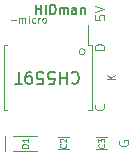
<source format=gbr>
%TF.GenerationSoftware,KiCad,Pcbnew,(5.1.8)-1*%
%TF.CreationDate,2022-12-26T11:43:22-06:00*%
%TF.ProjectId,pcb,7063622e-6b69-4636-9164-5f7063625858,rev?*%
%TF.SameCoordinates,Original*%
%TF.FileFunction,Legend,Top*%
%TF.FilePolarity,Positive*%
%FSLAX46Y46*%
G04 Gerber Fmt 4.6, Leading zero omitted, Abs format (unit mm)*
G04 Created by KiCad (PCBNEW (5.1.8)-1) date 2022-12-26 11:43:22*
%MOMM*%
%LPD*%
G01*
G04 APERTURE LIST*
%ADD10C,0.100000*%
%ADD11C,0.130000*%
%ADD12C,0.120000*%
%ADD13C,0.150000*%
G04 APERTURE END LIST*
D10*
X137769785Y-96753357D02*
X138226928Y-96753357D01*
X138512642Y-96981928D02*
X138512642Y-96581928D01*
X138512642Y-96639071D02*
X138541214Y-96610500D01*
X138598357Y-96581928D01*
X138684071Y-96581928D01*
X138741214Y-96610500D01*
X138769785Y-96667642D01*
X138769785Y-96981928D01*
X138769785Y-96667642D02*
X138798357Y-96610500D01*
X138855500Y-96581928D01*
X138941214Y-96581928D01*
X138998357Y-96610500D01*
X139026928Y-96667642D01*
X139026928Y-96981928D01*
X139312642Y-96981928D02*
X139312642Y-96581928D01*
X139312642Y-96381928D02*
X139284071Y-96410500D01*
X139312642Y-96439071D01*
X139341214Y-96410500D01*
X139312642Y-96381928D01*
X139312642Y-96439071D01*
X139855500Y-96953357D02*
X139798357Y-96981928D01*
X139684071Y-96981928D01*
X139626928Y-96953357D01*
X139598357Y-96924785D01*
X139569785Y-96867642D01*
X139569785Y-96696214D01*
X139598357Y-96639071D01*
X139626928Y-96610500D01*
X139684071Y-96581928D01*
X139798357Y-96581928D01*
X139855500Y-96610500D01*
X140112642Y-96981928D02*
X140112642Y-96581928D01*
X140112642Y-96696214D02*
X140141214Y-96639071D01*
X140169785Y-96610500D01*
X140226928Y-96581928D01*
X140284071Y-96581928D01*
X140569785Y-96981928D02*
X140512642Y-96953357D01*
X140484071Y-96924785D01*
X140455500Y-96867642D01*
X140455500Y-96696214D01*
X140484071Y-96639071D01*
X140512642Y-96610500D01*
X140569785Y-96581928D01*
X140655500Y-96581928D01*
X140712642Y-96610500D01*
X140741214Y-96639071D01*
X140769785Y-96696214D01*
X140769785Y-96867642D01*
X140741214Y-96924785D01*
X140712642Y-96953357D01*
X140655500Y-96981928D01*
X140569785Y-96981928D01*
D11*
X139909809Y-96246904D02*
X139909809Y-95446904D01*
X139909809Y-95827857D02*
X140366952Y-95827857D01*
X140366952Y-96246904D02*
X140366952Y-95446904D01*
X140747904Y-96246904D02*
X140747904Y-95446904D01*
X141128857Y-96246904D02*
X141128857Y-95446904D01*
X141319333Y-95446904D01*
X141433619Y-95485000D01*
X141509809Y-95561190D01*
X141547904Y-95637380D01*
X141586000Y-95789761D01*
X141586000Y-95904047D01*
X141547904Y-96056428D01*
X141509809Y-96132619D01*
X141433619Y-96208809D01*
X141319333Y-96246904D01*
X141128857Y-96246904D01*
X141928857Y-96246904D02*
X141928857Y-95713571D01*
X141928857Y-95789761D02*
X141966952Y-95751666D01*
X142043142Y-95713571D01*
X142157428Y-95713571D01*
X142233619Y-95751666D01*
X142271714Y-95827857D01*
X142271714Y-96246904D01*
X142271714Y-95827857D02*
X142309809Y-95751666D01*
X142386000Y-95713571D01*
X142500285Y-95713571D01*
X142576476Y-95751666D01*
X142614571Y-95827857D01*
X142614571Y-96246904D01*
X143338380Y-96246904D02*
X143338380Y-95827857D01*
X143300285Y-95751666D01*
X143224095Y-95713571D01*
X143071714Y-95713571D01*
X142995523Y-95751666D01*
X143338380Y-96208809D02*
X143262190Y-96246904D01*
X143071714Y-96246904D01*
X142995523Y-96208809D01*
X142957428Y-96132619D01*
X142957428Y-96056428D01*
X142995523Y-95980238D01*
X143071714Y-95942142D01*
X143262190Y-95942142D01*
X143338380Y-95904047D01*
X143719333Y-95713571D02*
X143719333Y-96246904D01*
X143719333Y-95789761D02*
X143757428Y-95751666D01*
X143833619Y-95713571D01*
X143947904Y-95713571D01*
X144024095Y-95751666D01*
X144062190Y-95827857D01*
X144062190Y-96246904D01*
D12*
X146983500Y-106978476D02*
X146945404Y-107054666D01*
X146945404Y-107168952D01*
X146983500Y-107283238D01*
X147059690Y-107359428D01*
X147135880Y-107397523D01*
X147288261Y-107435619D01*
X147402547Y-107435619D01*
X147554928Y-107397523D01*
X147631119Y-107359428D01*
X147707309Y-107283238D01*
X147745404Y-107168952D01*
X147745404Y-107092761D01*
X147707309Y-106978476D01*
X147669214Y-106940380D01*
X147402547Y-106940380D01*
X147402547Y-107092761D01*
X144913404Y-96354880D02*
X144913404Y-96735833D01*
X145294357Y-96773928D01*
X145256261Y-96735833D01*
X145218166Y-96659642D01*
X145218166Y-96469166D01*
X145256261Y-96392976D01*
X145294357Y-96354880D01*
X145370547Y-96316785D01*
X145561023Y-96316785D01*
X145637214Y-96354880D01*
X145675309Y-96392976D01*
X145713404Y-96469166D01*
X145713404Y-96659642D01*
X145675309Y-96735833D01*
X145637214Y-96773928D01*
X144913404Y-96088214D02*
X145713404Y-95821547D01*
X144913404Y-95554880D01*
X146620666Y-101783333D02*
X145920666Y-101783333D01*
X146620666Y-101383333D02*
X146220666Y-101683333D01*
X145920666Y-101383333D02*
X146320666Y-101783333D01*
X145713404Y-99269523D02*
X144913404Y-99269523D01*
X144913404Y-99079047D01*
X144951500Y-98964761D01*
X145027690Y-98888571D01*
X145103880Y-98850476D01*
X145256261Y-98812380D01*
X145370547Y-98812380D01*
X145522928Y-98850476D01*
X145599119Y-98888571D01*
X145675309Y-98964761D01*
X145713404Y-99079047D01*
X145713404Y-99269523D01*
X145637214Y-103892380D02*
X145675309Y-103930476D01*
X145713404Y-104044761D01*
X145713404Y-104120952D01*
X145675309Y-104235238D01*
X145599119Y-104311428D01*
X145522928Y-104349523D01*
X145370547Y-104387619D01*
X145256261Y-104387619D01*
X145103880Y-104349523D01*
X145027690Y-104311428D01*
X144951500Y-104235238D01*
X144913404Y-104120952D01*
X144913404Y-104044761D01*
X144951500Y-103930476D01*
X144989595Y-103892380D01*
%TO.C,U1*%
X137196500Y-101600000D02*
X137196500Y-104360000D01*
X137196500Y-104360000D02*
X137471500Y-104360000D01*
X137196500Y-101600000D02*
X137196500Y-98840000D01*
X137196500Y-98840000D02*
X137471500Y-98840000D01*
X144616500Y-101600000D02*
X144616500Y-104360000D01*
X144616500Y-104360000D02*
X144341500Y-104360000D01*
X144616500Y-101600000D02*
X144616500Y-98840000D01*
X144616500Y-98840000D02*
X144341500Y-98840000D01*
X144341500Y-98840000D02*
X144341500Y-97150000D01*
X144081500Y-99441000D02*
G75*
G03*
X144081500Y-99441000I-254000J0D01*
G01*
D10*
%TO.C,C2*%
X142684500Y-106680000D02*
X141795500Y-106680000D01*
X142684500Y-107696000D02*
X141795500Y-107696000D01*
%TO.C,C3*%
X145034000Y-107696000D02*
X145923000Y-107696000D01*
X145034000Y-106680000D02*
X145923000Y-106680000D01*
%TO.C,D1*%
X137287000Y-106553000D02*
X137287000Y-107823000D01*
X138001500Y-107813000D02*
X140001500Y-107813000D01*
X138001500Y-106563000D02*
X140001500Y-106563000D01*
%TO.C,U1*%
D13*
X142930309Y-101242857D02*
X142977928Y-101195238D01*
X143120785Y-101147619D01*
X143216023Y-101147619D01*
X143358880Y-101195238D01*
X143454119Y-101290476D01*
X143501738Y-101385714D01*
X143549357Y-101576190D01*
X143549357Y-101719047D01*
X143501738Y-101909523D01*
X143454119Y-102004761D01*
X143358880Y-102100000D01*
X143216023Y-102147619D01*
X143120785Y-102147619D01*
X142977928Y-102100000D01*
X142930309Y-102052380D01*
X142501738Y-101147619D02*
X142501738Y-102147619D01*
X142501738Y-101671428D02*
X141930309Y-101671428D01*
X141930309Y-101147619D02*
X141930309Y-102147619D01*
X140977928Y-102147619D02*
X141454119Y-102147619D01*
X141501738Y-101671428D01*
X141454119Y-101719047D01*
X141358880Y-101766666D01*
X141120785Y-101766666D01*
X141025547Y-101719047D01*
X140977928Y-101671428D01*
X140930309Y-101576190D01*
X140930309Y-101338095D01*
X140977928Y-101242857D01*
X141025547Y-101195238D01*
X141120785Y-101147619D01*
X141358880Y-101147619D01*
X141454119Y-101195238D01*
X141501738Y-101242857D01*
X140025547Y-102147619D02*
X140501738Y-102147619D01*
X140549357Y-101671428D01*
X140501738Y-101719047D01*
X140406500Y-101766666D01*
X140168404Y-101766666D01*
X140073166Y-101719047D01*
X140025547Y-101671428D01*
X139977928Y-101576190D01*
X139977928Y-101338095D01*
X140025547Y-101242857D01*
X140073166Y-101195238D01*
X140168404Y-101147619D01*
X140406500Y-101147619D01*
X140501738Y-101195238D01*
X140549357Y-101242857D01*
X139501738Y-101147619D02*
X139311261Y-101147619D01*
X139216023Y-101195238D01*
X139168404Y-101242857D01*
X139073166Y-101385714D01*
X139025547Y-101576190D01*
X139025547Y-101957142D01*
X139073166Y-102052380D01*
X139120785Y-102100000D01*
X139216023Y-102147619D01*
X139406500Y-102147619D01*
X139501738Y-102100000D01*
X139549357Y-102052380D01*
X139596976Y-101957142D01*
X139596976Y-101719047D01*
X139549357Y-101623809D01*
X139501738Y-101576190D01*
X139406500Y-101528571D01*
X139216023Y-101528571D01*
X139120785Y-101576190D01*
X139073166Y-101623809D01*
X139025547Y-101719047D01*
X138739833Y-102147619D02*
X138168404Y-102147619D01*
X138454119Y-101147619D02*
X138454119Y-102147619D01*
%TO.C,C2*%
D10*
X142418571Y-107271333D02*
X142442380Y-107295142D01*
X142466190Y-107366571D01*
X142466190Y-107414190D01*
X142442380Y-107485619D01*
X142394761Y-107533238D01*
X142347142Y-107557047D01*
X142251904Y-107580857D01*
X142180476Y-107580857D01*
X142085238Y-107557047D01*
X142037619Y-107533238D01*
X141990000Y-107485619D01*
X141966190Y-107414190D01*
X141966190Y-107366571D01*
X141990000Y-107295142D01*
X142013809Y-107271333D01*
X142013809Y-107080857D02*
X141990000Y-107057047D01*
X141966190Y-107009428D01*
X141966190Y-106890380D01*
X141990000Y-106842761D01*
X142013809Y-106818952D01*
X142061428Y-106795142D01*
X142109047Y-106795142D01*
X142180476Y-106818952D01*
X142466190Y-107104666D01*
X142466190Y-106795142D01*
%TO.C,C3*%
X145657071Y-107271333D02*
X145680880Y-107295142D01*
X145704690Y-107366571D01*
X145704690Y-107414190D01*
X145680880Y-107485619D01*
X145633261Y-107533238D01*
X145585642Y-107557047D01*
X145490404Y-107580857D01*
X145418976Y-107580857D01*
X145323738Y-107557047D01*
X145276119Y-107533238D01*
X145228500Y-107485619D01*
X145204690Y-107414190D01*
X145204690Y-107366571D01*
X145228500Y-107295142D01*
X145252309Y-107271333D01*
X145204690Y-107104666D02*
X145204690Y-106795142D01*
X145395166Y-106961809D01*
X145395166Y-106890380D01*
X145418976Y-106842761D01*
X145442785Y-106818952D01*
X145490404Y-106795142D01*
X145609452Y-106795142D01*
X145657071Y-106818952D01*
X145680880Y-106842761D01*
X145704690Y-106890380D01*
X145704690Y-107033238D01*
X145680880Y-107080857D01*
X145657071Y-107104666D01*
%TO.C,D1*%
X139227690Y-107557047D02*
X138727690Y-107557047D01*
X138727690Y-107438000D01*
X138751500Y-107366571D01*
X138799119Y-107318952D01*
X138846738Y-107295142D01*
X138941976Y-107271333D01*
X139013404Y-107271333D01*
X139108642Y-107295142D01*
X139156261Y-107318952D01*
X139203880Y-107366571D01*
X139227690Y-107438000D01*
X139227690Y-107557047D01*
X139227690Y-106795142D02*
X139227690Y-107080857D01*
X139227690Y-106938000D02*
X138727690Y-106938000D01*
X138799119Y-106985619D01*
X138846738Y-107033238D01*
X138870547Y-107080857D01*
%TD*%
M02*

</source>
